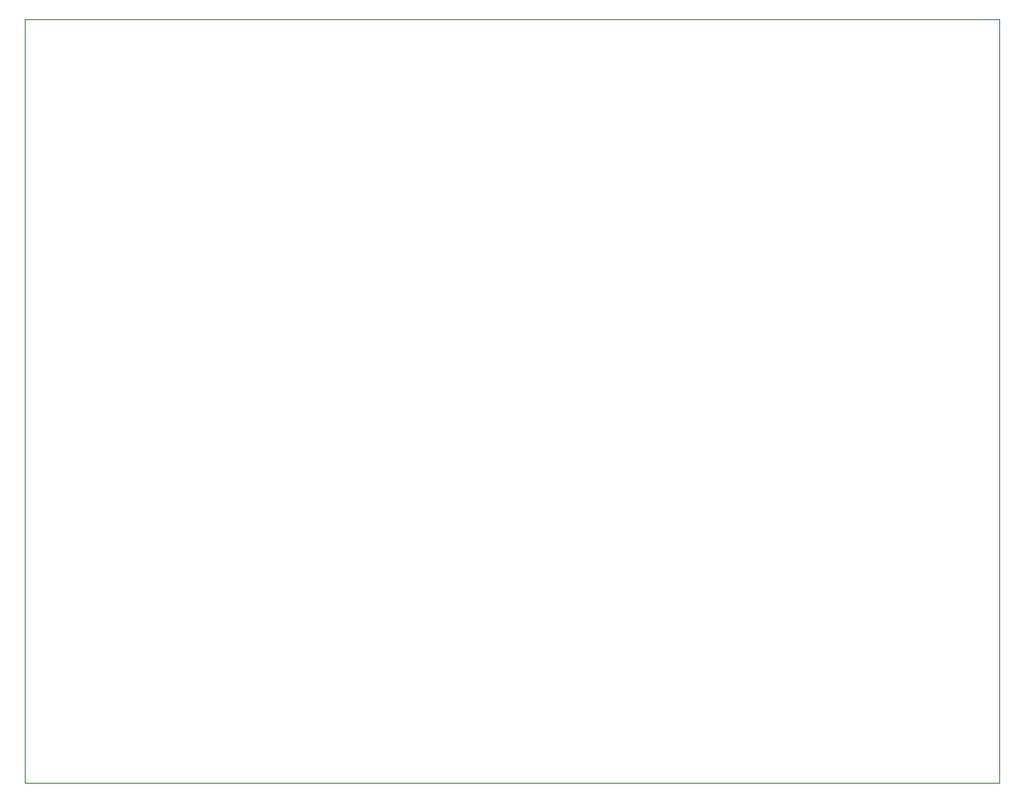
<source format=gm1>
%TF.GenerationSoftware,KiCad,Pcbnew,5.1.6-c6e7f7d~86~ubuntu20.04.1*%
%TF.CreationDate,2020-09-07T12:25:12+02:00*%
%TF.ProjectId,Shield_Nucleo,53686965-6c64-45f4-9e75-636c656f2e6b,rev?*%
%TF.SameCoordinates,Original*%
%TF.FileFunction,Profile,NP*%
%FSLAX46Y46*%
G04 Gerber Fmt 4.6, Leading zero omitted, Abs format (unit mm)*
G04 Created by KiCad (PCBNEW 5.1.6-c6e7f7d~86~ubuntu20.04.1) date 2020-09-07 12:25:12*
%MOMM*%
%LPD*%
G01*
G04 APERTURE LIST*
%TA.AperFunction,Profile*%
%ADD10C,0.050000*%
%TD*%
G04 APERTURE END LIST*
D10*
X38500000Y-97000000D02*
X128500000Y-97000000D01*
X128500000Y-26500000D02*
X38500000Y-26500000D01*
X128500000Y-97000000D02*
X128500000Y-26500000D01*
X38500000Y-26500000D02*
X38500000Y-97000000D01*
M02*

</source>
